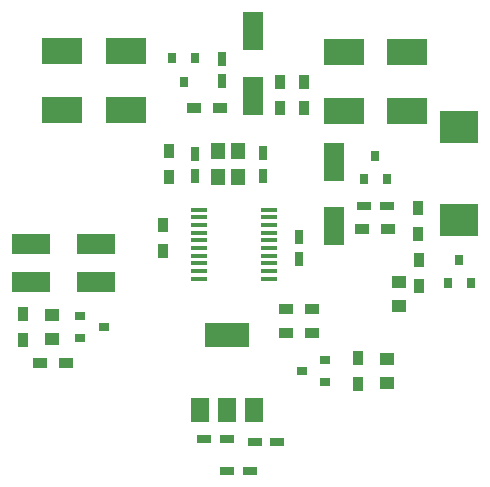
<source format=gbr>
From b93029b9faac31d8802ce797875c2d6b4c6d6a45 Mon Sep 17 00:00:00 2001
From: jaseg <git-bigdata-wsl-arch@jaseg.de>
Date: Sun, 31 Jul 2022 16:36:34 +0200
Subject: Split center design into control and led connector boards

---
 center/gerber/center-F.Paste.gbr | 250 ---------------------------------------
 1 file changed, 250 deletions(-)
 delete mode 100644 center/gerber/center-F.Paste.gbr

(limited to 'center/gerber/center-F.Paste.gbr')

diff --git a/center/gerber/center-F.Paste.gbr b/center/gerber/center-F.Paste.gbr
deleted file mode 100644
index f197fde..0000000
--- a/center/gerber/center-F.Paste.gbr
+++ /dev/null
@@ -1,250 +0,0 @@
-G04 #@! TF.GenerationSoftware,KiCad,Pcbnew,(5.0.1)*
-G04 #@! TF.CreationDate,2019-02-02T12:52:51+09:00*
-G04 #@! TF.ProjectId,center,63656E7465722E6B696361645F706362,rev?*
-G04 #@! TF.SameCoordinates,Original*
-G04 #@! TF.FileFunction,Paste,Top*
-G04 #@! TF.FilePolarity,Positive*
-%FSLAX46Y46*%
-G04 Gerber Fmt 4.6, Leading zero omitted, Abs format (unit mm)*
-G04 Created by KiCad (PCBNEW (5.0.1)) date Sat Feb  2 12:52:51 2019*
-%MOMM*%
-%LPD*%
-G01*
-G04 APERTURE LIST*
-%ADD10R,0.800000X0.900000*%
-%ADD11R,1.200000X0.750000*%
-%ADD12R,0.750000X1.200000*%
-%ADD13R,1.250000X1.000000*%
-%ADD14R,3.500000X2.300000*%
-%ADD15R,0.900000X1.200000*%
-%ADD16R,1.200000X0.900000*%
-%ADD17R,1.200000X1.400000*%
-%ADD18R,0.900000X0.800000*%
-%ADD19R,3.800000X2.000000*%
-%ADD20R,1.500000X2.000000*%
-%ADD21R,1.450000X0.450000*%
-%ADD22R,1.700000X3.300000*%
-%ADD23R,3.300000X1.700000*%
-%ADD24R,3.200000X2.700000*%
-G04 APERTURE END LIST*
-D10*
-G04 #@! TO.C,Q3*
-X118150000Y-103300000D03*
-X120050000Y-103300000D03*
-X119100000Y-101300000D03*
-G04 #@! TD*
-D11*
-G04 #@! TO.C,C2*
-X101350000Y-119200000D03*
-X99450000Y-119200000D03*
-G04 #@! TD*
-G04 #@! TO.C,C3*
-X101800000Y-116750000D03*
-X103700000Y-116750000D03*
-G04 #@! TD*
-G04 #@! TO.C,C5*
-X97500000Y-116500000D03*
-X99400000Y-116500000D03*
-G04 #@! TD*
-D12*
-G04 #@! TO.C,C6*
-X105500000Y-101250000D03*
-X105500000Y-99350000D03*
-G04 #@! TD*
-D11*
-G04 #@! TO.C,C7*
-X111050000Y-96750000D03*
-X112950000Y-96750000D03*
-G04 #@! TD*
-D12*
-G04 #@! TO.C,C8*
-X99000000Y-86200000D03*
-X99000000Y-84300000D03*
-G04 #@! TD*
-G04 #@! TO.C,C9*
-X102500000Y-92300000D03*
-X102500000Y-94200000D03*
-G04 #@! TD*
-G04 #@! TO.C,C10*
-X96750000Y-94250000D03*
-X96750000Y-92350000D03*
-G04 #@! TD*
-D13*
-G04 #@! TO.C,C11*
-X84600000Y-108000000D03*
-X84600000Y-106000000D03*
-G04 #@! TD*
-G04 #@! TO.C,C12*
-X114000000Y-103200000D03*
-X114000000Y-105200000D03*
-G04 #@! TD*
-G04 #@! TO.C,C13*
-X113000000Y-109750000D03*
-X113000000Y-111750000D03*
-G04 #@! TD*
-D14*
-G04 #@! TO.C,D1*
-X114700000Y-83750000D03*
-X109300000Y-83750000D03*
-G04 #@! TD*
-G04 #@! TO.C,D2*
-X85478544Y-83662480D03*
-X90878544Y-83662480D03*
-G04 #@! TD*
-G04 #@! TO.C,D3*
-X109300000Y-88750000D03*
-X114700000Y-88750000D03*
-G04 #@! TD*
-G04 #@! TO.C,D4*
-X90878544Y-88662480D03*
-X85478544Y-88662480D03*
-G04 #@! TD*
-D15*
-G04 #@! TO.C,R1*
-X105950000Y-88500000D03*
-X105950000Y-86300000D03*
-G04 #@! TD*
-D16*
-G04 #@! TO.C,R2*
-X106600000Y-107500000D03*
-X104400000Y-107500000D03*
-G04 #@! TD*
-D15*
-G04 #@! TO.C,R3*
-X103950000Y-88500000D03*
-X103950000Y-86300000D03*
-G04 #@! TD*
-D16*
-G04 #@! TO.C,R4*
-X106600000Y-105500000D03*
-X104400000Y-105500000D03*
-G04 #@! TD*
-D15*
-G04 #@! TO.C,R5*
-X94000000Y-98400000D03*
-X94000000Y-100600000D03*
-G04 #@! TD*
-D16*
-G04 #@! TO.C,R6*
-X96650000Y-88500000D03*
-X98850000Y-88500000D03*
-G04 #@! TD*
-D15*
-G04 #@! TO.C,R7*
-X115600000Y-96900000D03*
-X115600000Y-99100000D03*
-G04 #@! TD*
-G04 #@! TO.C,R8*
-X94500000Y-92150000D03*
-X94500000Y-94350000D03*
-G04 #@! TD*
-D16*
-G04 #@! TO.C,R9*
-X113100000Y-98750000D03*
-X110900000Y-98750000D03*
-G04 #@! TD*
-D15*
-G04 #@! TO.C,R11*
-X115700000Y-101300000D03*
-X115700000Y-103500000D03*
-G04 #@! TD*
-G04 #@! TO.C,R12*
-X110500000Y-109650000D03*
-X110500000Y-111850000D03*
-G04 #@! TD*
-D16*
-G04 #@! TO.C,R13*
-X83600000Y-110100000D03*
-X85800000Y-110100000D03*
-G04 #@! TD*
-D15*
-G04 #@! TO.C,R14*
-X82200000Y-105900000D03*
-X82200000Y-108100000D03*
-G04 #@! TD*
-D17*
-G04 #@! TO.C,Y1*
-X100350000Y-94350000D03*
-X100350000Y-92150000D03*
-X98650000Y-92150000D03*
-X98650000Y-94350000D03*
-G04 #@! TD*
-D10*
-G04 #@! TO.C,Q1*
-X96700000Y-84250000D03*
-X94800000Y-84250000D03*
-X95750000Y-86250000D03*
-G04 #@! TD*
-G04 #@! TO.C,Q2*
-X112000000Y-92500000D03*
-X112950000Y-94500000D03*
-X111050000Y-94500000D03*
-G04 #@! TD*
-D18*
-G04 #@! TO.C,Q4*
-X105750000Y-110750000D03*
-X107750000Y-109800000D03*
-X107750000Y-111700000D03*
-G04 #@! TD*
-G04 #@! TO.C,Q5*
-X87000000Y-106050000D03*
-X87000000Y-107950000D03*
-X89000000Y-107000000D03*
-G04 #@! TD*
-D19*
-G04 #@! TO.C,U1*
-X99450000Y-107700000D03*
-D20*
-X99450000Y-114000000D03*
-X101750000Y-114000000D03*
-X97150000Y-114000000D03*
-G04 #@! TD*
-D21*
-G04 #@! TO.C,U2*
-X97050000Y-97075000D03*
-X97050000Y-97725000D03*
-X97050000Y-98375000D03*
-X97050000Y-99025000D03*
-X97050000Y-99675000D03*
-X97050000Y-100325000D03*
-X97050000Y-100975000D03*
-X97050000Y-101625000D03*
-X97050000Y-102275000D03*
-X97050000Y-102925000D03*
-X102950000Y-102925000D03*
-X102950000Y-102275000D03*
-X102950000Y-101625000D03*
-X102950000Y-100975000D03*
-X102950000Y-100325000D03*
-X102950000Y-99675000D03*
-X102950000Y-99025000D03*
-X102950000Y-98375000D03*
-X102950000Y-97725000D03*
-X102950000Y-97075000D03*
-G04 #@! TD*
-D22*
-G04 #@! TO.C,D5*
-X101600000Y-87450000D03*
-X101600000Y-81950000D03*
-G04 #@! TD*
-D23*
-G04 #@! TO.C,D6*
-X82850000Y-100000000D03*
-X88350000Y-100000000D03*
-G04 #@! TD*
-D22*
-G04 #@! TO.C,D7*
-X108500000Y-93000000D03*
-X108500000Y-98500000D03*
-G04 #@! TD*
-D23*
-G04 #@! TO.C,D8*
-X88350000Y-103200000D03*
-X82850000Y-103200000D03*
-G04 #@! TD*
-D24*
-G04 #@! TO.C,R10*
-X119100000Y-90050000D03*
-X119100000Y-97950000D03*
-G04 #@! TD*
-M02*
-- 
cgit 


</source>
